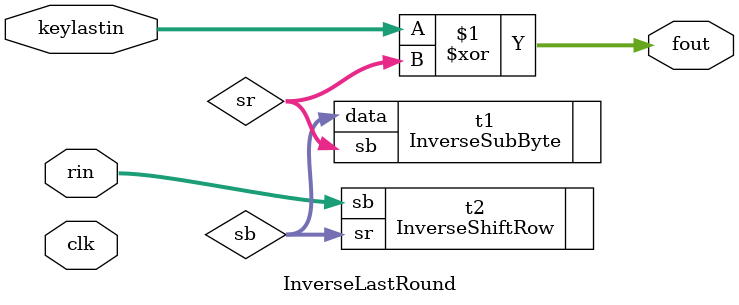
<source format=v>
module InverseLastRound(clk,rin,keylastin,fout);
  
  input clk;
  input [127:0]rin;
  input [127:0]keylastin;
  output [127:0]fout;
  
  wire [127:0] sb,sr;

  InverseShiftRow t2(.sb(rin),.sr(sb));
  InverseSubByte t1(.data(sb),.sb(sr));
  assign fout= keylastin^sr;

endmodule


</source>
